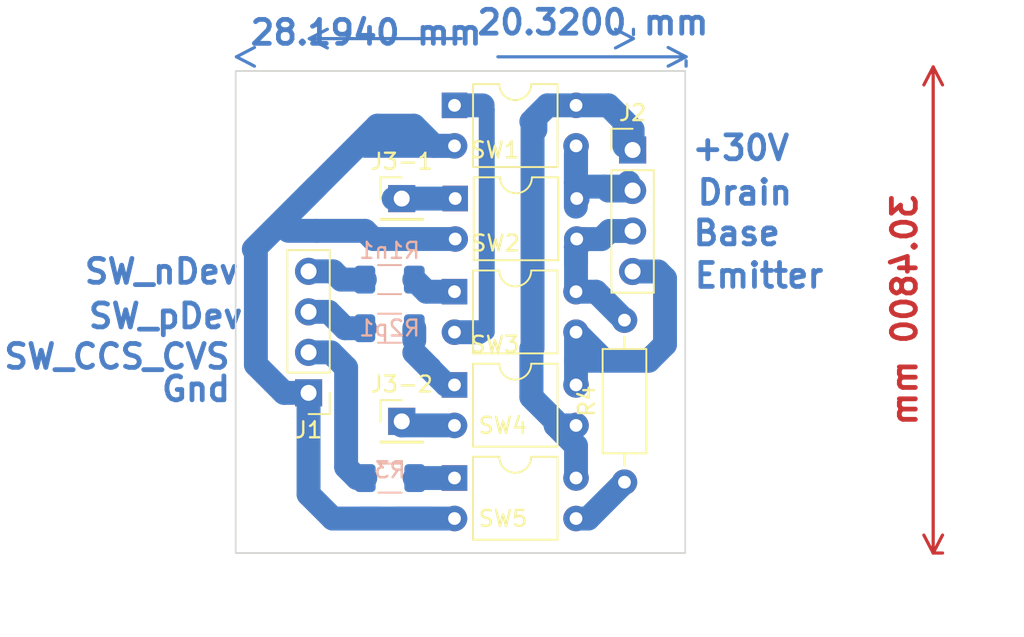
<source format=kicad_pcb>
(kicad_pcb (version 20211014) (generator pcbnew)
  (layers (0 "F.Cu" signal) (31 "B.Cu" signal) (34 "B.Paste" user) (35 "F.Paste" user) (36 "B.SilkS" user "B.Silkscreen") (37 "F.SilkS" user "F.Silkscreen") (38 "B.Mask" user) (39 "F.Mask" user) (44 "Edge.Cuts" user))
  (net 0 "")
  (net 1 "GND")
  (net 2 "Net-(J2-Pad2)")
  (net 3 "Net-(J1-Pad2)")
  (net 4 "Net-(J1-Pad3)")
  (net 5 "Net-(R4-Pad1)")
  (net 6 "Net-(J1-Pad4)")
  (net 7 "Net-(J3-1-Pad1)")
  (net 8 "Net-(J2-Pad1)")
  (net 9 "Net-(J2-Pad3)")
  (net 10 "Net-(J3-2-Pad1)")
  (net 11 "Net-(SW1-Pad1)")
  (net 12 "Net-(J2-Pad4)")
  (net 13 "Net-(R2p1-Pad2)")
  (net 14 "Net-(R1n1-Pad1)")
  (net 15 "Net-(R3-Pad2)")
  (footprint "Connector_PinHeader_2.54mm:PinHeader_1x04_P2.54mm_Vertical" (layer "F.Cu") (at 26.490786 24.882 180)
    (fp_text reference "J1" (at 0 -2.33) (layer "F.SilkS"))
    (fp_text value "Switch n,p,Rg,Gndp")
    (fp_line (start 1.33 1.27) (end 1.33 8.95) (layer "F.SilkS") (width 0.12))
    (fp_line (start -1.33 0) (end -1.33 -1.33) (layer "F.SilkS") (width 0.12))
    (fp_line (start -1.33 -1.33) (end 0 -1.33) (layer "F.SilkS") (width 0.12))
    (fp_line (start -1.33 8.95) (end 1.33 8.95) (layer "F.SilkS") (width 0.12))
    (fp_line (start -1.33 1.27) (end -1.33 8.95) (layer "F.SilkS") (width 0.12))
    (fp_line (start -1.33 1.27) (end 1.33 1.27) (layer "F.SilkS") (width 0.12))
    (pad "1" thru_hole rect (at 0 0 180) (size 1.7 1.7) (drill 1) (layers *.Cu *.Mask) (net 1 "GND"))
    (pad "2" thru_hole oval (at 0 2.54 180) (size 1.7 1.7) (drill 1) (layers *.Cu *.Mask) (net 3 "Net-(J1-Pad2)"))
    (pad "3" thru_hole oval (at 0 5.08 180) (size 1.7 1.7) (drill 1) (layers *.Cu *.Mask) (net 4 "Net-(J1-Pad3)"))
    (pad "4" thru_hole oval (at 0 7.62 180) (size 1.7 1.7) (drill 1) (layers *.Cu *.Mask) (net 6 "Net-(J1-Pad4)"))
  )
  (footprint "Package_DIP:DIP-4_W7.62mm" (layer "F.Cu") (at 35.644786 6.853)
    (fp_text reference "SW1" (at 2.53 2.799) (layer "F.SilkS"))
    (fp_text value "TLP222A")
    (fp_line (start 6.46 3.87) (end 6.46 -1.33) (layer "F.SilkS") (width 0.12))
    (fp_line (start 1.16 -1.33) (end 1.16 3.87) (layer "F.SilkS") (width 0.12))
    (fp_line (start 6.46 -1.33) (end 4.81 -1.33) (layer "F.SilkS") (width 0.12))
    (fp_line (start 2.81 -1.33) (end 1.16 -1.33) (layer "F.SilkS") (width 0.12))
    (fp_line (start 1.16 3.87) (end 6.46 3.87) (layer "F.SilkS") (width 0.12))
    (fp_arc (start 4.81 -1.33) (mid 3.81 -0.33) (end 2.81 -1.33) (layer "F.SilkS") (width 0.12))
    (pad "1" thru_hole rect locked (at 0 0) (size 1.6 1.6) (drill 0.8) (layers *.Cu *.Mask) (net 11 "Net-(SW1-Pad1)"))
    (pad "2" thru_hole oval locked (at 0 2.54) (size 1.6 1.6) (drill 0.8) (layers *.Cu *.Mask) (net 1 "GND"))
    (pad "3" thru_hole oval locked (at 7.62 2.54) (size 1.6 1.6) (drill 0.8) (layers *.Cu *.Mask) (net 2 "Net-(J2-Pad2)"))
    (pad "4" thru_hole oval locked (at 7.62 0) (size 1.6 1.6) (drill 0.8) (layers *.Cu *.Mask) (net 8 "Net-(J2-Pad1)"))
  )
  (footprint "Package_DIP:DIP-4_W7.62mm" (layer "F.Cu") (at 35.642286 18.537)
    (fp_text reference "SW3" (at 2.5325 3.3045) (layer "F.SilkS"))
    (fp_text value "TLP222A")
    (fp_line (start 1.16 3.87) (end 6.46 3.87) (layer "F.SilkS") (width 0.12))
    (fp_line (start 2.81 -1.33) (end 1.16 -1.33) (layer "F.SilkS") (width 0.12))
    (fp_line (start 1.16 -1.33) (end 1.16 3.87) (layer "F.SilkS") (width 0.12))
    (fp_line (start 6.46 3.87) (end 6.46 -1.33) (layer "F.SilkS") (width 0.12))
    (fp_line (start 6.46 -1.33) (end 4.81 -1.33) (layer "F.SilkS") (width 0.12))
    (fp_arc (start 4.81 -1.33) (mid 3.81 -0.33) (end 2.81 -1.33) (layer "F.SilkS") (width 0.12))
    (pad "1" thru_hole rect locked (at 0 0) (size 1.6 1.6) (drill 0.8) (layers *.Cu *.Mask) (net 14 "Net-(R1n1-Pad1)"))
    (pad "2" thru_hole oval locked (at 0 2.54) (size 1.6 1.6) (drill 0.8) (layers *.Cu *.Mask) (net 11 "Net-(SW1-Pad1)"))
    (pad "3" thru_hole oval locked (at 7.62 2.54) (size 1.6 1.6) (drill 0.8) (layers *.Cu *.Mask) (net 12 "Net-(J2-Pad4)"))
    (pad "4" thru_hole oval locked (at 7.62 0) (size 1.6 1.6) (drill 0.8) (layers *.Cu *.Mask) (net 9 "Net-(J2-Pad3)"))
  )
  (footprint "Package_DIP:DIP-4_W7.62mm" (layer "F.Cu") (at 35.642286 24.384)
    (fp_text reference "SW4" (at 3.0405 2.545) (layer "F.SilkS"))
    (fp_text value "TLP222A")
    (fp_line (start 6.46 3.87) (end 6.46 -1.33) (layer "F.SilkS") (width 0.12))
    (fp_line (start 1.16 -1.33) (end 1.16 3.87) (layer "F.SilkS") (width 0.12))
    (fp_line (start 1.16 3.87) (end 6.46 3.87) (layer "F.SilkS") (width 0.12))
    (fp_line (start 2.81 -1.33) (end 1.16 -1.33) (layer "F.SilkS") (width 0.12))
    (fp_line (start 6.46 -1.33) (end 4.81 -1.33) (layer "F.SilkS") (width 0.12))
    (fp_arc (start 4.81 -1.33) (mid 3.81 -0.33) (end 2.81 -1.33) (layer "F.SilkS") (width 0.12))
    (pad "1" thru_hole rect locked (at 0 0) (size 1.6 1.6) (drill 0.8) (layers *.Cu *.Mask) (net 13 "Net-(R2p1-Pad2)"))
    (pad "2" thru_hole oval locked (at 0 2.54) (size 1.6 1.6) (drill 0.8) (layers *.Cu *.Mask) (net 10 "Net-(J3-2-Pad1)"))
    (pad "3" thru_hole oval locked (at 7.62 2.54) (size 1.6 1.6) (drill 0.8) (layers *.Cu *.Mask) (net 8 "Net-(J2-Pad1)"))
    (pad "4" thru_hole oval locked (at 7.62 0) (size 1.6 1.6) (drill 0.8) (layers *.Cu *.Mask) (net 12 "Net-(J2-Pad4)"))
  )
  (footprint "Package_DIP:DIP-4_W7.62mm" (layer "F.Cu") (at 35.687 12.695)
    (fp_text reference "SW2" (at 2.53 2.799) (layer "F.SilkS"))
    (fp_text value "TLP222A")
    (fp_line (start 6.46 -1.33) (end 4.81 -1.33) (layer "F.SilkS") (width 0.12))
    (fp_line (start 6.46 3.87) (end 6.46 -1.33) (layer "F.SilkS") (width 0.12))
    (fp_line (start 1.16 -1.33) (end 1.16 3.87) (layer "F.SilkS") (width 0.12))
    (fp_line (start 2.81 -1.33) (end 1.16 -1.33) (layer "F.SilkS") (width 0.12))
    (fp_line (start 1.16 3.87) (end 6.46 3.87) (layer "F.SilkS") (width 0.12))
    (fp_arc (start 4.81 -1.33) (mid 3.81 -0.33) (end 2.81 -1.33) (layer "F.SilkS") (width 0.12))
    (pad "1" thru_hole rect locked (at 0 0) (size 1.6 1.6) (drill 0.8) (layers *.Cu *.Mask) (net 7 "Net-(J3-1-Pad1)"))
    (pad "2" thru_hole oval locked (at 0 2.54) (size 1.6 1.6) (drill 0.8) (layers *.Cu *.Mask) (net 1 "GND"))
    (pad "3" thru_hole oval locked (at 7.62 2.54) (size 1.6 1.6) (drill 0.8) (layers *.Cu *.Mask) (net 9 "Net-(J2-Pad3)"))
    (pad "4" thru_hole oval locked (at 7.62 0) (size 1.6 1.6) (drill 0.8) (layers *.Cu *.Mask) (net 2 "Net-(J2-Pad2)"))
  )
  (footprint "Resistor_THT:R_Axial_DIN0207_L6.3mm_D2.5mm_P10.16mm_Horizontal" (layer "F.Cu") (at 46.300286 30.4825 90)
    (fp_text reference "R4" (at 5.08 -2.37 90) (layer "F.SilkS"))
    (fp_text value "10k")
    (fp_line (start 1.04 0) (end 1.81 0) (layer "F.SilkS") (width 0.12))
    (fp_line (start 8.35 -1.37) (end 1.81 -1.37) (layer "F.SilkS") (width 0.12))
    (fp_line (start 1.81 -1.37) (end 1.81 1.37) (layer "F.SilkS") (width 0.12))
    (fp_line (start 9.12 0) (end 8.35 0) (layer "F.SilkS") (width 0.12))
    (fp_line (start 8.35 1.37) (end 8.35 -1.37) (layer "F.SilkS") (width 0.12))
    (fp_line (start 1.81 1.37) (end 8.35 1.37) (layer "F.SilkS") (width 0.12))
    (pad "1" thru_hole circle locked (at 0 0 90) (size 1.6 1.6) (drill 0.8) (layers *.Cu *.Mask) (net 5 "Net-(R4-Pad1)"))
    (pad "2" thru_hole oval locked (at 10.16 0 90) (size 1.6 1.6) (drill 0.8) (layers *.Cu *.Mask) (net 9 "Net-(J2-Pad3)"))
  )
  (footprint "Connector_PinHeader_2.54mm:PinHeader_1x01_P2.54mm_Vertical" (layer "F.Cu") (at 32.332786 12.7)
    (fp_text reference "J3-1" (at 0 -2.33) (layer "F.SilkS"))
    (fp_text value "Br")
    (fp_line (start -1.33 1.27) (end -1.33 1.33) (layer "F.SilkS") (width 0.12))
    (fp_line (start -1.33 -1.33) (end 0 -1.33) (layer "F.SilkS") (width 0.12))
    (fp_line (start -1.33 1.27) (end 1.33 1.27) (layer "F.SilkS") (width 0.12))
    (fp_line (start -1.33 0) (end -1.33 -1.33) (layer "F.SilkS") (width 0.12))
    (fp_line (start 1.33 1.27) (end 1.33 1.33) (layer "F.SilkS") (width 0.12))
    (fp_line (start -1.33 1.33) (end 1.33 1.33) (layer "F.SilkS") (width 0.12))
    (pad "1" thru_hole rect (at 0 0) (size 1.7 1.7) (drill 1) (layers *.Cu *.Mask) (net 7 "Net-(J3-1-Pad1)"))
  )
  (footprint "Connector_PinHeader_2.54mm:PinHeader_1x01_P2.54mm_Vertical" (layer "F.Cu") (at 32.332786 26.67)
    (fp_text reference "J3-2" (at 0 -2.33) (layer "F.SilkS"))
    (fp_text value "Br")
    (fp_line (start -1.33 -1.33) (end 0 -1.33) (layer "F.SilkS") (width 0.12))
    (fp_line (start -1.33 1.27) (end 1.33 1.27) (layer "F.SilkS") (width 0.12))
    (fp_line (start -1.33 1.27) (end -1.33 1.33) (layer "F.SilkS") (width 0.12))
    (fp_line (start 1.33 1.27) (end 1.33 1.33) (layer "F.SilkS") (width 0.12))
    (fp_line (start -1.33 1.33) (end 1.33 1.33) (layer "F.SilkS") (width 0.12))
    (fp_line (start -1.33 0) (end -1.33 -1.33) (layer "F.SilkS") (width 0.12))
    (pad "1" thru_hole rect (at 0 0) (size 1.7 1.7) (drill 1) (layers *.Cu *.Mask) (net 10 "Net-(J3-2-Pad1)"))
  )
  (footprint "Connector_PinHeader_2.54mm:PinHeader_1x04_P2.54mm_Vertical" (layer "F.Cu") (at 46.810786 9.652)
    (fp_text reference "J2" (at 0 -2.33) (layer "F.SilkS"))
    (fp_text value "Switch +30V,Drain-CCS,B,E")
    (fp_line (start -1.33 0) (end -1.33 -1.33) (layer "F.SilkS") (width 0.12))
    (fp_line (start -1.33 8.95) (end 1.33 8.95) (layer "F.SilkS") (width 0.12))
    (fp_line (start 1.33 1.27) (end 1.33 8.95) (layer "F.SilkS") (width 0.12))
    (fp_line (start -1.33 1.27) (end -1.33 8.95) (layer "F.SilkS") (width 0.12))
    (fp_line (start -1.33 1.27) (end 1.33 1.27) (layer "F.SilkS") (width 0.12))
    (fp_line (start -1.33 -1.33) (end 0 -1.33) (layer "F.SilkS") (width 0.12))
    (pad "1" thru_hole rect (at 0 0) (size 1.7 1.7) (drill 1) (layers *.Cu *.Mask) (net 8 "Net-(J2-Pad1)"))
    (pad "2" thru_hole oval (at 0 2.54) (size 1.7 1.7) (drill 1) (layers *.Cu *.Mask) (net 2 "Net-(J2-Pad2)"))
    (pad "3" thru_hole oval (at 0 5.08) (size 1.7 1.7) (drill 1) (layers *.Cu *.Mask) (net 9 "Net-(J2-Pad3)"))
    (pad "4" thru_hole oval (at 0 7.62) (size 1.7 1.7) (drill 1) (layers *.Cu *.Mask) (net 12 "Net-(J2-Pad4)"))
  )
  (footprint "Package_DIP:DIP-4_W7.62mm" (layer "F.Cu") (at 35.642286 30.221)
    (fp_text reference "SW5" (at 3.0405 2.5425) (layer "F.SilkS"))
    (fp_text value "TLP222A")
    (fp_line (start 6.46 3.87) (end 6.46 -1.33) (layer "F.SilkS") (width 0.12))
    (fp_line (start 1.16 -1.33) (end 1.16 3.87) (layer "F.SilkS") (width 0.12))
    (fp_line (start 1.16 3.87) (end 6.46 3.87) (layer "F.SilkS") (width 0.12))
    (fp_line (start 6.46 -1.33) (end 4.81 -1.33) (layer "F.SilkS") (width 0.12))
    (fp_line (start 2.81 -1.33) (end 1.16 -1.33) (layer "F.SilkS") (width 0.12))
    (fp_arc (start 4.81 -1.33) (mid 3.81 -0.33) (end 2.81 -1.33) (layer "F.SilkS") (width 0.12))
    (pad "1" thru_hole rect (at 0 0) (size 1.6 1.6) (drill 0.8) (layers *.Cu *.Mask) (net 15 "Net-(R3-Pad2)"))
    (pad "2" thru_hole oval (at 0 2.54) (size 1.6 1.6) (drill 0.8) (layers *.Cu *.Mask) (net 1 "GND"))
    (pad "3" thru_hole oval (at 7.62 2.54) (size 1.6 1.6) (drill 0.8) (layers *.Cu *.Mask) (net 5 "Net-(R4-Pad1)"))
    (pad "4" thru_hole oval (at 7.62 0) (size 1.6 1.6) (drill 0.8) (layers *.Cu *.Mask) (net 8 "Net-(J2-Pad1)"))
  )
  (footprint "Resistor_SMD:R_1206_3216Metric_Pad1.30x1.75mm_HandSolder" (layer "B.Cu") (at 31.596786 30.226)
    (fp_text reference "R3" (at 0 -0.508) (layer "B.SilkS") (effects (justify mirror)))
    (fp_text value "510")
    (fp_line (start -0.727064 -0.91) (end 0.727064 -0.91) (layer "B.SilkS") (width 0.12))
    (fp_line (start -0.727064 0.91) (end 0.727064 0.91) (layer "B.SilkS") (width 0.12))
    (pad "1" smd roundrect locked (at -1.55 0) (size 1.3 1.75) (layers "B.Cu" "B.Paste" "B.Mask") (roundrect_rratio 0.1923069231) (net 3 "Net-(J1-Pad2)"))
    (pad "2" smd roundrect locked (at 1.55 0) (size 1.3 1.75) (layers "B.Cu" "B.Paste" "B.Mask") (roundrect_rratio 0.1923069231) (net 15 "Net-(R3-Pad2)"))
  )
  (footprint "Resistor_SMD:R_1206_3216Metric_Pad1.30x1.75mm_HandSolder" (layer "B.Cu") (at 31.570786 17.78 180)
    (fp_text reference "R1n1" (at 0 1.82) (layer "B.SilkS") (effects (justify mirror)))
    (fp_text value "270")
    (fp_line (start -0.727064 -0.91) (end 0.727064 -0.91) (layer "B.SilkS") (width 0.12))
    (fp_line (start -0.727064 0.91) (end 0.727064 0.91) (layer "B.SilkS") (width 0.12))
    (pad "1" smd roundrect (at -1.55 0 180) (size 1.3 1.75) (layers "B.Cu" "B.Paste" "B.Mask") (roundrect_rratio 0.192308) (net 14 "Net-(R1n1-Pad1)"))
    (pad "2" smd roundrect (at 1.55 0 180) (size 1.3 1.75) (layers "B.Cu" "B.Paste" "B.Mask") (roundrect_rratio 0.192308) (net 6 "Net-(J1-Pad4)"))
  )
  (footprint "Resistor_SMD:R_1206_3216Metric_Pad1.30x1.75mm_HandSolder" (layer "B.Cu") (at 31.570786 20.828)
    (fp_text reference "R2p1" (at 0 0) (layer "B.SilkS") (effects (justify mirror)))
    (fp_text value "270")
    (fp_line (start -0.727064 0.91) (end 0.727064 0.91) (layer "B.SilkS") (width 0.12))
    (fp_line (start -0.727064 -0.91) (end 0.727064 -0.91) (layer "B.SilkS") (width 0.12))
    (pad "1" smd roundrect (at -1.55 0) (size 1.3 1.75) (layers "B.Cu" "B.Paste" "B.Mask") (roundrect_rratio 0.192308) (net 4 "Net-(J1-Pad3)"))
    (pad "2" smd roundrect (at 1.55 0) (size 1.3 1.75) (layers "B.Cu" "B.Paste" "B.Mask") (roundrect_rratio 0.192308) (net 13 "Net-(R2p1-Pad2)"))
  )
  (gr_rect (start 21.918786 4.699) (end 50.112786 34.925) (layer "Edge.Cuts") (width 0.1) (fill none))
  (gr_text "SW_pDev" (at 17.526 20.066) (layer "B.Cu") (effects (font (size 1.5 1.5) (thickness 0.3))))
  (gr_text "Emitter" (at 54.737 17.526) (layer "B.Cu") (effects (font (size 1.5 1.5) (thickness 0.3))))
  (gr_text "Drain" (at 53.848 12.319) (layer "B.Cu") (effects (font (size 1.5 1.5) (thickness 0.3))))
  (gr_text "SW_nDev" (at 17.272 17.272) (layer "B.Cu") (effects (font (size 1.5 1.5) (thickness 0.3))))
  (gr_text "Base" (at 53.34 14.859) (layer "B.Cu") (effects (font (size 1.5 1.5) (thickness 0.3))))
  (gr_text "Gnd" (at 19.431 24.638) (layer "B.Cu") (effects (font (size 1.5 1.5) (thickness 0.3))))
  (gr_text "SW_CCS_CVS" (at 14.478 22.606) (layer "B.Cu") (effects (font (size 1.5 1.5) (thickness 0.3))))
  (gr_text "+30V" (at 53.594 9.525) (layer "B.Cu") (effects (font (size 1.5 1.5) (thickness 0.3))))
  (dimension (type orthogonal) (layer "F.Cu") (pts (xy 65.659 4.445) (xy 65.151 34.925)) (height 0) (orientation 1) (gr_text "30,4800 mm" (at 63.859 19.685 90) (layer "F.Cu") (effects (font (size 1.5 1.5) (thickness 0.3)) (justify mirror))) (format (units 3) (units_format 1) (precision 4)) (style (thickness 0.2) (arrow_length 1.27) (text_position_mode 0) (extension_height 0.58642) (extension_offset 0.5) keep_text_aligned))
  (dimension (type orthogonal) (layer "B.Cu") (pts (xy 21.971 3.81) (xy 50.165 3.556)) (height 0) (orientation 0) (gr_text "28,1940 mm" (at 30.099 2.286) (layer "B.Cu") (effects (font (size 1.5 1.5) (thickness 0.3)))) (format (units 3) (units_format 1) (precision 4)) (style (thickness 0.2) (arrow_length 1.27) (text_position_mode 2) (extension_height 0.58642) (extension_offset 0.5) keep_text_aligned))
  (dimension (type orthogonal) (layer "B.Cu") (pts (xy 26.543 2.667) (xy 46.863 2.921)) (height 0) (orientation 0) (gr_text "20,3200 mm" (at 44.323 1.651) (layer "B.Cu") (effects (font (size 1.5 1.5) (thickness 0.3)))) (format (units 3) (units_format 1) (precision 4)) (style (thickness 0.2) (arrow_length 1.27) (text_position_mode 2) (extension_height 0.58642) (extension_offset 0.5) keep_text_aligned))
  (segment (start 23.061786 15.875) (end 24.331786 14.605) (width 1.5) (layer "B.Cu") (net 1))
  (segment (start 30.811286 32.7635) (end 29.795286 32.7635) (width 1.5) (layer "B.Cu") (net 1))
  (segment (start 34.359786 9.393) (end 33.094786 8.128) (width 1.5) (layer "B.Cu") (net 1))
  (segment (start 35.644786 15.235) (end 30.549786 15.235) (width 1.5) (layer "B.Cu") (net 1))
  (segment (start 33.094786 8.128) (end 30.808786 8.128) (width 1.5) (layer "B.Cu") (net 1))
  (segment (start 26.490786 24.882) (end 26.490786 31.242) (width 1.5) (layer "B.Cu") (net 1))
  (segment (start 26.998786 14.722) (end 30.036786 14.722) (width 1.5) (layer "B.Cu") (net 1))
  (segment (start 34.108286 32.7635) (end 28.012286 32.7635) (width 1.5) (layer "B.Cu") (net 1))
  (segment (start 30.808786 8.128) (end 23.061786 15.875) (width 1.5) (layer "B.Cu") (net 1))
  (segment (start 26.490786 24.882) (end 24.956786 24.882) (width 1.5) (layer "B.Cu") (net 1))
  (segment (start 26.998786 11.938) (end 24.331786 14.605) (width 1.5) (layer "B.Cu") (net 1))
  (segment (start 34.108286 32.7635) (end 32.076286 32.7635) (width 1.5) (layer "B.Cu") (net 1))
  (segment (start 26.490786 31.242) (end 28.012286 32.7635) (width 1.5) (layer "B.Cu") (net 1))
  (segment (start 25.230786 14.722) (end 26.998786 14.722) (width 1.5) (layer "B.Cu") (net 1))
  (segment (start 35.642286 32.7635) (end 34.108286 32.7635) (width 1.5) (layer "B.Cu") (net 1))
  (segment (start 24.956786 24.882) (end 23.188786 23.114) (width 1.5) (layer "B.Cu") (net 1))
  (segment (start 35.632286 9.393) (end 30.051786 9.393) (width 1.5) (layer "B.Cu") (net 1))
  (segment (start 32.076286 32.7635) (end 30.811286 32.7635) (width 0.25) (layer "B.Cu") (net 1))
  (segment (start 23.188786 15.748) (end 24.331786 14.605) (width 1.5) (layer "B.Cu") (net 1))
  (segment (start 35.644786 9.393) (end 34.359786 9.393) (width 1.5) (layer "B.Cu") (net 1))
  (segment (start 23.188786 23.114) (end 23.188786 15.748) (width 1.5) (layer "B.Cu") (net 1))
  (segment (start 30.549786 15.235) (end 30.036786 14.722) (width 1.5) (layer "B.Cu") (net 1))
  (segment (start 45.045286 11.9505) (end 45.286786 12.192) (width 1.5) (layer "B.Cu") (net 2))
  (segment (start 43.264786 9.4055) (end 43.252286 9.393) (width 1.5) (layer "B.Cu") (net 2))
  (segment (start 46.556786 11.694) (end 46.300286 11.9505) (width 1.5) (layer "B.Cu") (net 2))
  (segment (start 45.045286 11.9505) (end 43.516286 11.9505) (width 1.5) (layer "B.Cu") (net 2))
  (segment (start 45.286786 12.192) (end 46.810786 12.192) (width 1.5) (layer "B.Cu") (net 2))
  (segment (start 43.252286 11.6865) (end 43.252286 13.2055) (width 1.5) (layer "B.Cu") (net 2))
  (segment (start 43.264786 12.695) (end 43.264786 9.4055) (width 1.5) (layer "B.Cu") (net 2))
  (segment (start 46.300286 11.9505) (end 45.045286 11.9505) (width 1.5) (layer "B.Cu") (net 2))
  (segment (start 43.516286 11.9505) (end 43.252286 11.6865) (width 1.5) (layer "B.Cu") (net 2))
  (segment (start 43.252286 9.9035) (end 43.252286 11.6865) (width 1.5) (layer "B.Cu") (net 2))
  (segment (start 28.844704 29.531918) (end 28.844704 23.300082) (width 1.5) (layer "B.Cu") (net 3))
  (segment (start 27.886622 22.342) (end 28.844704 23.300082) (width 1.5) (layer "B.Cu") (net 3))
  (segment (start 26.490786 22.342) (end 27.886622 22.342) (width 1.5) (layer "B.Cu") (net 3))
  (segment (start 29.538786 30.226) (end 28.844704 29.531918) (width 1.5) (layer "B.Cu") (net 3))
  (segment (start 30.046786 30.226) (end 29.538786 30.226) (width 1.5) (layer "B.Cu") (net 3))
  (segment (start 30.020786 20.828) (end 28.776786 20.828) (width 1.5) (layer "B.Cu") (net 4))
  (segment (start 28.776786 20.828) (end 27.750786 19.802) (width 1.5) (layer "B.Cu") (net 4))
  (segment (start 27.750786 19.802) (end 26.490786 19.802) (width 1.5) (layer "B.Cu") (net 4))
  (segment (start 44.019286 32.7635) (end 46.300286 30.4825) (width 1.5) (layer "B.Cu") (net 5))
  (segment (start 43.262286 32.7635) (end 44.019286 32.7635) (width 1.5) (layer "B.Cu") (net 5))
  (segment (start 28.024786 17.262) (end 26.490786 17.262) (width 1.5) (layer "B.Cu") (net 6))
  (segment (start 28.024786 17.262) (end 26.734786 17.262) (width 0.25) (layer "B.Cu") (net 6))
  (segment (start 26.490786 17.262) (end 26.734786 17.262) (width 1.5) (layer "B.Cu") (net 6))
  (segment (start 28.542786 17.78) (end 28.024786 17.262) (width 1.5) (layer "B.Cu") (net 6))
  (segment (start 30.020786 17.78) (end 28.542786 17.78) (width 1.5) (layer "B.Cu") (net 6))
  (segment (start 35.639786 12.7) (end 35.644786 12.695) (width 1.5) (layer "B.Cu") (net 7))
  (segment (start 31.824786 12.7) (end 35.639786 12.7) (width 1.5) (layer "B.Cu") (net 7))
  (segment (start 40.460786 7.874) (end 41.481786 6.853) (width 1.5) (layer "B.Cu") (net 8))
  (segment (start 43.252286 6.853) (end 45.281786 6.853) (width 1.5) (layer "B.Cu") (net 8))
  (segment (start 40.460786 22.098) (end 40.460786 21.336) (width 1) (layer "B.Cu") (net 8))
  (segment (start 46.300286 9.4105) (end 46.300286 7.8715) (width 1.5) (layer "B.Cu") (net 8))
  (segment (start 41.982286 26.9215) (end 43.262286 26.9215) (width 1.5) (layer "B.Cu") (net 8))
  (segment (start 40.460786 25.146) (end 40.460786 22.098) (width 1.5) (layer "B.Cu") (net 8))
  (segment (start 46.810786 9.652) (end 46.810786 8.382) (width 1.5) (layer "B.Cu") (net 8))
  (segment (start 46.810786 8.382) (end 45.281786 6.853) (width 1.5) (layer "B.Cu") (net 8))
  (segment (start 45.281786 6.853) (end 46.300286 7.8715) (width 1.5) (layer "B.Cu") (net 8))
  (segment (start 40.714786 7.62) (end 40.714786 8.382) (width 1.5) (layer "B.Cu") (net 8))
  (segment (start 43.262286 28.2015) (end 41.982286 26.9215) (width 1.5) (layer "B.Cu") (net 8))
  (segment (start 46.556786 8.128) (end 46.300286 7.8715) (width 1.5) (layer "B.Cu") (net 8))
  (segment (start 43.262286 30.2235) (end 43.262286 28.2015) (width 1.5) (layer "B.Cu") (net 8))
  (segment (start 41.481786 6.853) (end 40.714786 7.62) (width 1.5) (layer "B.Cu") (net 8))
  (segment (start 43.252286 6.853) (end 41.481786 6.853) (width 1.5) (layer "B.Cu") (net 8))
  (segment (start 46.300286 7.8715) (end 45.792286 7.3635) (width 1.5) (layer "B.Cu") (net 8))
  (segment (start 42.739286 26.9215) (end 41.474286 25.6565) (width 0.75) (layer "B.Cu") (net 8))
  (segment (start 40.535572 22.098) (end 40.535572 7.874) (width 1.5) (layer "B.Cu") (net 8))
  (segment (start 40.714786 8.89) (end 40.714786 25.4) (width 1) (layer "B.Cu") (net 8))
  (segment (start 43.262286 26.9215) (end 42.739286 26.9215) (width 0.75) (layer "B.Cu") (net 8))
  (segment (start 40.714786 8.89) (end 40.714786 8.382) (width 1) (layer "B.Cu") (net 8))
  (segment (start 41.982286 26.6675) (end 40.714786 25.4) (width 1.5) (layer "B.Cu") (net 8))
  (segment (start 46.556786 9.154) (end 46.556786 8.128) (width 1.5) (layer "B.Cu") (net 8))
  (segment (start 40.714786 25.4) (end 40.460786 25.146) (width 1.5) (layer "B.Cu") (net 8))
  (segment (start 43.264786 16.769) (end 43.264786 15.235) (width 1.5) (layer "B.Cu") (net 9))
  (segment (start 45.361572 14.732) (end 44.853572 15.24) (width 1.5) (layer "B.Cu") (net 9))
  (segment (start 46.810786 14.732) (end 45.361572 14.732) (width 1.5) (layer "B.Cu") (net 9))
  (segment (start 43.262286 16.7715) (end 43.264786 16.769) (width 1.5) (layer "B.Cu") (net 9))
  (segment (start 43.262286 16.7715) (end 43.262286 15.7555) (width 1.5) (layer "B.Cu") (net 9))
  (segment (start 44.517286 18.5395) (end 46.300286 20.3225) (width 1.5) (layer "B.Cu") (net 9))
  (segment (start 43.252286 15.7455) (end 43.757786 15.24) (width 1.5) (layer "B.Cu") (net 9))
  (segment (start 43.262286 15.7555) (end 43.252286 15.7455) (width 1.5) (layer "B.Cu") (net 9))
  (segment (start 43.262286 18.5395) (end 43.262286 16.7715) (width 1.5) (layer "B.Cu") (net 9))
  (segment (start 43.329572 15.24) (end 44.853572 15.24) (width 1.5) (layer "B.Cu") (net 9))
  (segment (start 43.262286 18.5395) (end 44.517286 18.5395) (width 1.5) (layer "B.Cu") (net 9))
  (segment (start 32.335286 26.9215) (end 35.642286 26.9215) (width 1.5) (layer "B.Cu") (net 10))
  (segment (start 32.332786 26.67) (end 32.332786 26.924) (width 1.5) (layer "B.Cu") (net 10))
  (segment (start 32.332786 26.924) (end 32.335286 26.9215) (width 1.5) (layer "B.Cu") (net 10))
  (segment (start 35.632286 6.853) (end 37.407786 6.853) (width 1.5) (layer "B.Cu") (net 11))
  (segment (start 37.664286 21.0795) (end 37.664286 7.1095) (width 1) (layer "B.Cu") (net 11))
  (segment (start 35.642286 21.0795) (end 37.156286 21.0795) (width 1.5) (layer "B.Cu") (net 11))
  (segment (start 37.664286 7.1095) (end 37.407786 6.853) (width 1) (layer "B.Cu") (net 11))
  (segment (start 48.842786 21.844) (end 47.819286 22.8675) (width 1.5) (layer "B.Cu") (net 12))
  (segment (start 43.262286 22.8675) (end 43.262286 21.0795) (width 1.5) (layer "B.Cu") (net 12))
  (segment (start 47.819286 22.8675) (end 44.861072 22.8675) (width 1.5) (layer "B.Cu") (net 12))
  (segment (start 44.861072 22.675786) (end 44.861072 22.8675) (width 1.5) (layer "B.Cu") (net 12))
  (segment (start 48.409572 17.272) (end 48.842786 17.705214) (width 1.5) (layer "B.Cu") (net 12))
  (segment (start 44.861072 22.8675) (end 43.262286 22.8675) (width 1.5) (layer "B.Cu") (net 12))
  (segment (start 43.262286 24.3815) (end 43.262286 22.8675) (width 1.5) (layer "B.Cu") (net 12))
  (segment (start 43.262286 21.077) (end 44.861072 22.675786) (width 1.5) (layer "B.Cu") (net 12))
  (segment (start 48.842786 17.705214) (end 48.842786 21.844) (width 1.5) (layer "B.Cu") (net 12))
  (segment (start 46.810786 17.272) (end 48.409572 17.272) (width 1.5) (layer "B.Cu") (net 12))
  (segment (start 33.120786 20.828) (end 33.120786 21.59) (width 1.5) (layer "B.Cu") (net 13))
  (segment (start 35.642286 24.3815) (end 35.124286 24.3815) (width 1.5) (layer "B.Cu") (net 13))
  (segment (start 34.110786 23.342) (end 33.120786 22.352) (width 1.5) (layer "B.Cu") (net 13))
  (segment (start 35.124286 24.3815) (end 34.110786 23.368) (width 1.5) (layer "B.Cu") (net 13))
  (segment (start 34.110786 23.368) (end 34.110786 23.342) (width 1.5) (layer "B.Cu") (net 13))
  (segment (start 33.880286 18.5395) (end 33.120786 17.78) (width 1.5) (layer "B.Cu") (net 14))
  (segment (start 35.642286 18.5395) (end 33.880286 18.5395) (width 1.5) (layer "B.Cu") (net 14))
  (segment (start 33.149286 30.2235) (end 33.146786 30.226) (width 1.5) (layer "B.Cu") (net 15))
  (segment (start 35.642286 30.2235) (end 33.149286 30.2235) (width 1.5) (layer "B.Cu") (net 15))
  (segment (start 35.642286 30.2235) (end 35.639786 30.226) (width 1.5) (layer "B.Cu") (net 15))
)
</source>
